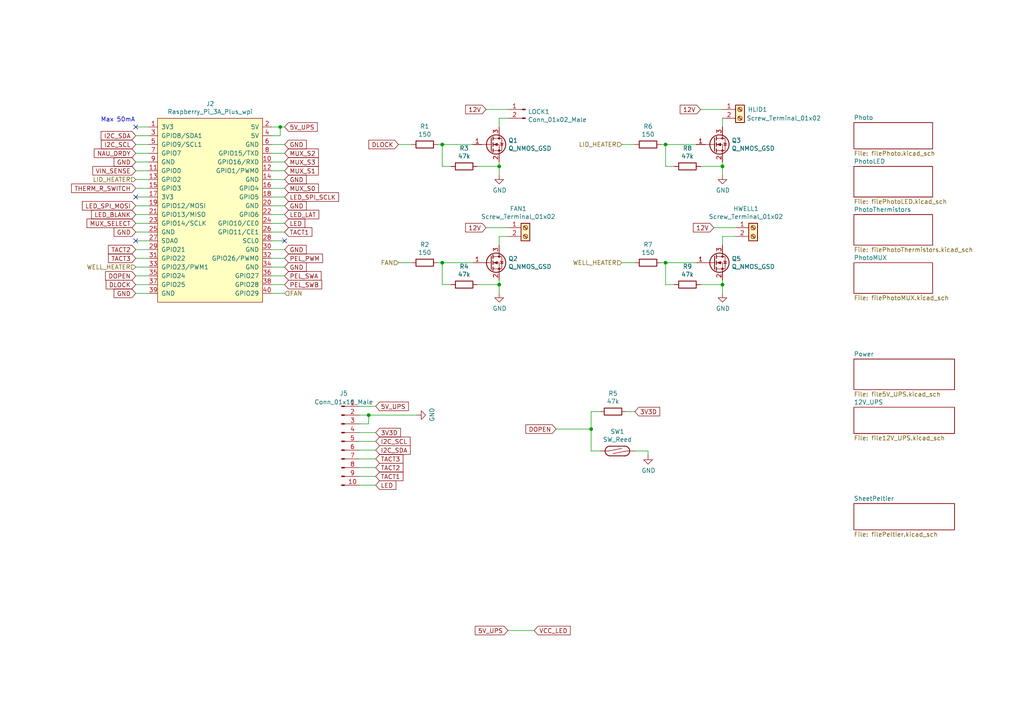
<source format=kicad_sch>
(kicad_sch (version 20211123) (generator eeschema)
  (paper "A4")
  (lib_symbols
    (symbol "Connector:Conn_01x02_Male" (pin_names (offset 1.016) hide)
      (property "Reference" "J" (at 0 2.54 0))
      (property "Value" "Conn_01x02_Male" (at 0 -5.08 0))
      (symbol "Conn_01x02_Male_1_1"
        (polyline (pts (xy 1.27 -2.54) (xy 0.8636 -2.54)) (stroke (width 0.1524)))
        (polyline (pts (xy 1.27 0) (xy 0.8636 0)) (stroke (width 0.1524)))
        (rectangle (start 0.8636 -2.413) (end 0 -2.667) (stroke (width 0.1524)) (fill (type outline)))
        (rectangle (start 0.8636 0.127) (end 0 -0.127) (stroke (width 0.1524)) (fill (type outline)))
        (pin passive line (at 5.08 0 180) (length 3.81) (name "Pin_1") (number "1"))
        (pin passive line (at 5.08 -2.54 180) (length 3.81) (name "Pin_2") (number "2"))
      )
    )
    (symbol "Connector:Conn_01x10_Male" (pin_names (offset 1.016) hide)
      (property "Reference" "J" (at 0 12.7 0))
      (property "Value" "Conn_01x10_Male" (at 0 -15.24 0))
      (symbol "Conn_01x10_Male_1_1"
        (polyline (pts (xy 1.27 -12.7) (xy 0.8636 -12.7)) (stroke (width 0.1524)))
        (polyline (pts (xy 1.27 -10.16) (xy 0.8636 -10.16)) (stroke (width 0.1524)))
        (polyline (pts (xy 1.27 -7.62) (xy 0.8636 -7.62)) (stroke (width 0.1524)))
        (polyline (pts (xy 1.27 -5.08) (xy 0.8636 -5.08)) (stroke (width 0.1524)))
        (polyline (pts (xy 1.27 -2.54) (xy 0.8636 -2.54)) (stroke (width 0.1524)))
        (polyline (pts (xy 1.27 0) (xy 0.8636 0)) (stroke (width 0.1524)))
        (polyline (pts (xy 1.27 2.54) (xy 0.8636 2.54)) (stroke (width 0.1524)))
        (polyline (pts (xy 1.27 5.08) (xy 0.8636 5.08)) (stroke (width 0.1524)))
        (polyline (pts (xy 1.27 7.62) (xy 0.8636 7.62)) (stroke (width 0.1524)))
        (polyline (pts (xy 1.27 10.16) (xy 0.8636 10.16)) (stroke (width 0.1524)))
        (rectangle (start 0.8636 -12.573) (end 0 -12.827) (stroke (width 0.1524)) (fill (type outline)))
        (rectangle (start 0.8636 -10.033) (end 0 -10.287) (stroke (width 0.1524)) (fill (type outline)))
        (rectangle (start 0.8636 -7.493) (end 0 -7.747) (stroke (width 0.1524)) (fill (type outline)))
        (rectangle (start 0.8636 -4.953) (end 0 -5.207) (stroke (width 0.1524)) (fill (type outline)))
        (rectangle (start 0.8636 -2.413) (end 0 -2.667) (stroke (width 0.1524)) (fill (type outline)))
        (rectangle (start 0.8636 0.127) (end 0 -0.127) (stroke (width 0.1524)) (fill (type outline)))
        (rectangle (start 0.8636 2.667) (end 0 2.413) (stroke (width 0.1524)) (fill (type outline)))
        (rectangle (start 0.8636 5.207) (end 0 4.953) (stroke (width 0.1524)) (fill (type outline)))
        (rectangle (start 0.8636 7.747) (end 0 7.493) (stroke (width 0.1524)) (fill (type outline)))
        (rectangle (start 0.8636 10.287) (end 0 10.033) (stroke (width 0.1524)) (fill (type outline)))
        (pin passive line (at 5.08 10.16 180) (length 3.81) (name "Pin_1") (number "1"))
        (pin passive line (at 5.08 -12.7 180) (length 3.81) (name "Pin_10") (number "10"))
        (pin passive line (at 5.08 7.62 180) (length 3.81) (name "Pin_2") (number "2"))
        (pin passive line (at 5.08 5.08 180) (length 3.81) (name "Pin_3") (number "3"))
        (pin passive line (at 5.08 2.54 180) (length 3.81) (name "Pin_4") (number "4"))
        (pin passive line (at 5.08 0 180) (length 3.81) (name "Pin_5") (number "5"))
        (pin passive line (at 5.08 -2.54 180) (length 3.81) (name "Pin_6") (number "6"))
        (pin passive line (at 5.08 -5.08 180) (length 3.81) (name "Pin_7") (number "7"))
        (pin passive line (at 5.08 -7.62 180) (length 3.81) (name "Pin_8") (number "8"))
        (pin passive line (at 5.08 -10.16 180) (length 3.81) (name "Pin_9") (number "9"))
      )
    )
    (symbol "Connector:Screw_Terminal_01x02" (pin_names (offset 1.016) hide)
      (property "Reference" "J" (at 0 2.54 0))
      (property "Value" "Screw_Terminal_01x02" (at 0 -5.08 0))
      (symbol "Screw_Terminal_01x02_1_1"
        (rectangle (start -1.27 1.27) (end 1.27 -3.81) (stroke (width 0.254)) (fill (type background)))
        (circle (center 0 -2.54) (radius 0.635) (stroke (width 0.1524)))
        (polyline (pts (xy -0.5334 -2.2098) (xy 0.3302 -3.048)) (stroke (width 0.1524)))
        (polyline (pts (xy -0.5334 0.3302) (xy 0.3302 -0.508)) (stroke (width 0.1524)))
        (polyline (pts (xy -0.3556 -2.032) (xy 0.508 -2.8702)) (stroke (width 0.1524)))
        (polyline (pts (xy -0.3556 0.508) (xy 0.508 -0.3302)) (stroke (width 0.1524)))
        (circle (center 0 0) (radius 0.635) (stroke (width 0.1524)))
        (pin passive line (at -5.08 0 0) (length 3.81) (name "Pin_1") (number "1"))
        (pin passive line (at -5.08 -2.54 0) (length 3.81) (name "Pin_2") (number "2"))
      )
    )
    (symbol "Device:Q_NMOS_GSD" (pin_names (offset 0) hide)
      (property "Reference" "Q" (at 5.08 1.27 0))
      (property "Value" "Q_NMOS_GSD" (at 5.08 -1.27 0))
      (symbol "Q_NMOS_GSD_0_1"
        (polyline (pts (xy 0.254 0) (xy -2.54 0)))
        (polyline (pts (xy 0.254 1.905) (xy 0.254 -1.905)) (stroke (width 0.254)))
        (polyline (pts (xy 0.762 -1.27) (xy 0.762 -2.286)) (stroke (width 0.254)))
        (polyline (pts (xy 0.762 0.508) (xy 0.762 -0.508)) (stroke (width 0.254)))
        (polyline (pts (xy 0.762 2.286) (xy 0.762 1.27)) (stroke (width 0.254)))
        (polyline (pts (xy 2.54 2.54) (xy 2.54 1.778)))
        (polyline (pts (xy 2.54 -2.54) (xy 2.54 0) (xy 0.762 0)))
        (polyline (pts (xy 0.762 -1.778) (xy 3.302 -1.778) (xy 3.302 1.778) (xy 0.762 1.778)))
        (polyline (pts (xy 1.016 0) (xy 2.032 0.381) (xy 2.032 -0.381) (xy 1.016 0)) (fill (type outline)))
        (polyline (pts (xy 2.794 0.508) (xy 2.921 0.381) (xy 3.683 0.381) (xy 3.81 0.254)))
        (polyline (pts (xy 3.302 0.381) (xy 2.921 -0.254) (xy 3.683 -0.254) (xy 3.302 0.381)))
        (circle (center 1.651 0) (radius 2.794) (stroke (width 0.254)))
        (circle (center 2.54 -1.778) (radius 0.254) (fill (type outline)))
        (circle (center 2.54 1.778) (radius 0.254) (fill (type outline)))
      )
      (symbol "Q_NMOS_GSD_1_1"
        (pin input line (at -5.08 0 0) (length 2.54) (name "G") (number "1"))
        (pin passive line (at 2.54 -5.08 90) (length 2.54) (name "S") (number "2"))
        (pin passive line (at 2.54 5.08 270) (length 2.54) (name "D") (number "3"))
      )
    )
    (symbol "Device:R" (pin_numbers hide) (pin_names (offset 0))
      (property "Reference" "R" (at 2.032 0 90))
      (property "Value" "R" (at 0 0 90))
      (symbol "R_0_1"
        (rectangle (start -1.016 -2.54) (end 1.016 2.54) (stroke (width 0.254)))
      )
      (symbol "R_1_1"
        (pin passive line (at 0 3.81 270) (length 1.27) (name "~") (number "1"))
        (pin passive line (at 0 -3.81 90) (length 1.27) (name "~") (number "2"))
      )
    )
    (symbol "Ninja-qPCR:Raspberry_Pi_3A_Plus_wpi" (pin_names (offset 1.016))
      (property "Reference" "J" (at -11.43 -27.94 0))
      (property "Value" "Ninja-qPCR_Raspberry_Pi_3A_Plus_wpi" (at 0 -30.48 0))
      (symbol "Raspberry_Pi_3A_Plus_wpi_0_1"
        (rectangle (start 15.24 26.67) (end -15.24 -26.67) (fill (type background)))
      )
      (symbol "Raspberry_Pi_3A_Plus_wpi_1_1"
        (pin power_out line (at -17.78 24.13 0) (length 2.54) (name "3V3") (number "1"))
        (pin bidirectional line (at 17.78 13.97 180) (length 2.54) (name "GPIO16/RXD") (number "10"))
        (pin bidirectional line (at -17.78 11.43 0) (length 2.54) (name "GPIO0") (number "11"))
        (pin bidirectional line (at 17.78 11.43 180) (length 2.54) (name "GPIO1/PWM0") (number "12"))
        (pin bidirectional line (at -17.78 8.89 0) (length 2.54) (name "GPIO2") (number "13"))
        (pin power_out line (at 17.78 8.89 180) (length 2.54) (name "GND") (number "14"))
        (pin bidirectional line (at -17.78 6.35 0) (length 2.54) (name "GPIO3") (number "15"))
        (pin bidirectional line (at 17.78 6.35 180) (length 2.54) (name "GPIO4") (number "16"))
        (pin power_out line (at -17.78 3.81 0) (length 2.54) (name "3V3") (number "17"))
        (pin bidirectional line (at 17.78 3.81 180) (length 2.54) (name "GPIO5") (number "18"))
        (pin bidirectional line (at -17.78 1.27 0) (length 2.54) (name "GPIO12/MOSI") (number "19"))
        (pin power_out line (at 17.78 24.13 180) (length 2.54) (name "5V") (number "2"))
        (pin power_out line (at 17.78 1.27 180) (length 2.54) (name "GND") (number "20"))
        (pin bidirectional line (at -17.78 -1.27 0) (length 2.54) (name "GPIO13/MISO") (number "21"))
        (pin bidirectional line (at 17.78 -1.27 180) (length 2.54) (name "GPIO6") (number "22"))
        (pin bidirectional line (at -17.78 -3.81 0) (length 2.54) (name "GPIO14/SCLK") (number "23"))
        (pin bidirectional line (at 17.78 -3.81 180) (length 2.54) (name "GPIO10/CE0") (number "24"))
        (pin power_out line (at -17.78 -6.35 0) (length 2.54) (name "GND") (number "25"))
        (pin bidirectional line (at 17.78 -6.35 180) (length 2.54) (name "GPIO11/CE1") (number "26"))
        (pin bidirectional line (at -17.78 -8.89 0) (length 2.54) (name "SDA0") (number "27"))
        (pin bidirectional line (at 17.78 -8.89 180) (length 2.54) (name "SCL0") (number "28"))
        (pin bidirectional line (at -17.78 -11.43 0) (length 2.54) (name "GPIO21") (number "29"))
        (pin bidirectional line (at -17.78 21.59 0) (length 2.54) (name "GPIO8/SDA1") (number "3"))
        (pin power_out line (at 17.78 -11.43 180) (length 2.54) (name "GND") (number "30"))
        (pin bidirectional line (at -17.78 -13.97 0) (length 2.54) (name "GPIO22") (number "31"))
        (pin bidirectional line (at 17.78 -13.97 180) (length 2.54) (name "GPIO26/PWM0") (number "32"))
        (pin bidirectional line (at -17.78 -16.51 0) (length 2.54) (name "GPIO23/PWM1") (number "33"))
        (pin power_out line (at 17.78 -16.51 180) (length 2.54) (name "GND") (number "34"))
        (pin bidirectional line (at -17.78 -19.05 0) (length 2.54) (name "GPIO24") (number "35"))
        (pin bidirectional line (at 17.78 -19.05 180) (length 2.54) (name "GPIO27") (number "36"))
        (pin bidirectional line (at -17.78 -21.59 0) (length 2.54) (name "GPIO25") (number "37"))
        (pin bidirectional line (at 17.78 -21.59 180) (length 2.54) (name "GPIO28") (number "38"))
        (pin power_out line (at -17.78 -24.13 0) (length 2.54) (name "GND") (number "39"))
        (pin power_out line (at 17.78 21.59 180) (length 2.54) (name "5V") (number "4"))
        (pin bidirectional line (at 17.78 -24.13 180) (length 2.54) (name "GPIO29") (number "40"))
        (pin bidirectional line (at -17.78 19.05 0) (length 2.54) (name "GPIO9/SCL1") (number "5"))
        (pin power_out line (at 17.78 19.05 180) (length 2.54) (name "GND") (number "6"))
        (pin bidirectional line (at -17.78 16.51 0) (length 2.54) (name "GPIO7") (number "7"))
        (pin bidirectional line (at 17.78 16.51 180) (length 2.54) (name "GPIO15/TXD") (number "8"))
        (pin power_out line (at -17.78 13.97 0) (length 2.54) (name "GND") (number "9"))
      )
    )
    (symbol "Switch:SW_Reed" (pin_numbers hide) (pin_names (offset 0) hide)
      (property "Reference" "SW" (at 0 2.54 0))
      (property "Value" "SW_Reed" (at 0 -2.54 0))
      (symbol "SW_Reed_0_0"
        (arc (start -2.159 1.397) (mid -3.556 0) (end -2.159 -1.397) (stroke (width 0.254)))
        (polyline (pts (xy -2.54 0) (xy 1.27 0.762)))
        (polyline (pts (xy -2.159 -1.397) (xy 2.286 -1.397)) (stroke (width 0.254)))
        (polyline (pts (xy 2.159 1.397) (xy -2.159 1.397)) (stroke (width 0.254)))
        (polyline (pts (xy 2.54 0) (xy -1.27 -0.762)))
        (arc (start 2.159 -1.397) (mid 3.556 0) (end 2.159 1.397) (stroke (width 0.254)))
      )
      (symbol "SW_Reed_1_1"
        (pin passive line (at -5.08 0 0) (length 2.54) (name "1") (number "1"))
        (pin passive line (at 5.08 0 180) (length 2.54) (name "2") (number "2"))
      )
    )
    (symbol "power:GND" (power) (pin_names (offset 0))
      (property "Value" "GND" (at 0 -3.81 0))
      (symbol "GND_0_1"
        (polyline (pts (xy 0 0) (xy 0 -1.27) (xy 1.27 -1.27) (xy 0 -2.54) (xy -1.27 -1.27) (xy 0 -1.27)))
      )
      (symbol "GND_1_1"
        (pin power_in line (at 0 0 270) (length 0) hide (name "GND") (number "1"))
      )
    )
  )
  (junction (at 193.04 41.91))
  (junction (at 144.78 48.26))
  (junction (at 144.78 82.55))
  (junction (at 209.55 82.55))
  (junction (at 106.934 120.396))
  (junction (at 128.27 41.91))
  (junction (at 209.55 48.26))
  (junction (at 81.28 36.83))
  (junction (at 171.45 124.46))
  (junction (at 128.27 76.2))
  (junction (at 193.04 76.2))
  (no_connect (at 39.37 36.83))
  (no_connect (at 82.55 69.85))
  (no_connect (at 39.37 57.15))
  (no_connect (at 39.37 69.85))
  (wire (pts (xy 104.14 138.176) (xy 108.966 138.176)))
  (wire (pts (xy 187.96 130.81) (xy 187.96 132.08)))
  (wire (pts (xy 104.14 130.556) (xy 108.966 130.556)))
  (wire (pts (xy 39.37 67.31) (xy 43.18 67.31)))
  (wire (pts (xy 203.2 48.26) (xy 209.55 48.26)))
  (wire (pts (xy 193.04 76.2) (xy 191.77 76.2)))
  (wire (pts (xy 184.15 130.81) (xy 187.96 130.81)))
  (wire (pts (xy 43.18 62.23) (xy 39.37 62.23)))
  (wire (pts (xy 171.45 130.81) (xy 173.99 130.81)))
  (wire (pts (xy 193.04 48.26) (xy 193.04 41.91)))
  (wire (pts (xy 82.55 72.39) (xy 78.74 72.39)))
  (wire (pts (xy 140.97 31.75) (xy 147.32 31.75)))
  (wire (pts (xy 213.36 68.58) (xy 209.55 68.58)))
  (wire (pts (xy 78.74 39.37) (xy 81.28 39.37)))
  (wire (pts (xy 207.01 66.04) (xy 213.36 66.04)))
  (wire (pts (xy 82.55 69.85) (xy 78.74 69.85)))
  (wire (pts (xy 128.27 76.2) (xy 127 76.2)))
  (wire (pts (xy 193.04 82.55) (xy 193.04 76.2)))
  (wire (pts (xy 201.93 41.91) (xy 193.04 41.91)))
  (wire (pts (xy 144.78 85.09) (xy 144.78 82.55)))
  (wire (pts (xy 144.78 50.8) (xy 144.78 48.26)))
  (wire (pts (xy 173.99 119.38) (xy 171.45 119.38)))
  (wire (pts (xy 78.74 46.99) (xy 82.55 46.99)))
  (wire (pts (xy 137.16 76.2) (xy 128.27 76.2)))
  (wire (pts (xy 39.37 82.55) (xy 43.18 82.55)))
  (wire (pts (xy 82.55 44.45) (xy 78.74 44.45)))
  (wire (pts (xy 82.55 64.77) (xy 78.74 64.77)))
  (wire (pts (xy 82.55 57.15) (xy 78.74 57.15)))
  (wire (pts (xy 203.2 82.55) (xy 209.55 82.55)))
  (wire (pts (xy 39.37 44.45) (xy 43.18 44.45)))
  (wire (pts (xy 104.14 133.096) (xy 108.966 133.096)))
  (wire (pts (xy 43.18 64.77) (xy 39.37 64.77)))
  (wire (pts (xy 39.37 36.83) (xy 43.18 36.83)))
  (wire (pts (xy 195.58 82.55) (xy 193.04 82.55)))
  (wire (pts (xy 209.55 85.09) (xy 209.55 82.55)))
  (wire (pts (xy 106.934 122.936) (xy 106.934 120.396)))
  (wire (pts (xy 180.34 76.2) (xy 184.15 76.2)))
  (wire (pts (xy 43.18 41.91) (xy 39.37 41.91)))
  (wire (pts (xy 171.45 119.38) (xy 171.45 124.46)))
  (wire (pts (xy 39.37 39.37) (xy 43.18 39.37)))
  (wire (pts (xy 43.18 74.93) (xy 39.37 74.93)))
  (wire (pts (xy 78.74 67.31) (xy 82.55 67.31)))
  (wire (pts (xy 144.78 68.58) (xy 144.78 71.12)))
  (wire (pts (xy 43.18 72.39) (xy 39.37 72.39)))
  (wire (pts (xy 184.15 119.38) (xy 181.61 119.38)))
  (wire (pts (xy 39.37 46.99) (xy 43.18 46.99)))
  (wire (pts (xy 82.55 54.61) (xy 78.74 54.61)))
  (wire (pts (xy 104.14 117.856) (xy 108.966 117.856)))
  (wire (pts (xy 82.55 62.23) (xy 78.74 62.23)))
  (wire (pts (xy 171.45 124.46) (xy 171.45 130.81)))
  (wire (pts (xy 39.37 80.01) (xy 43.18 80.01)))
  (wire (pts (xy 140.97 66.04) (xy 147.32 66.04)))
  (wire (pts (xy 43.18 54.61) (xy 39.37 54.61)))
  (wire (pts (xy 81.28 39.37) (xy 81.28 36.83)))
  (wire (pts (xy 138.43 82.55) (xy 144.78 82.55)))
  (wire (pts (xy 201.93 76.2) (xy 193.04 76.2)))
  (wire (pts (xy 209.55 82.55) (xy 209.55 81.28)))
  (wire (pts (xy 130.81 48.26) (xy 128.27 48.26)))
  (wire (pts (xy 104.14 120.396) (xy 106.934 120.396)))
  (wire (pts (xy 144.78 48.26) (xy 144.78 46.99)))
  (wire (pts (xy 104.14 122.936) (xy 106.934 122.936)))
  (wire (pts (xy 209.55 68.58) (xy 209.55 71.12)))
  (wire (pts (xy 78.74 36.83) (xy 81.28 36.83)))
  (wire (pts (xy 138.43 48.26) (xy 144.78 48.26)))
  (wire (pts (xy 82.55 77.47) (xy 78.74 77.47)))
  (wire (pts (xy 147.32 34.29) (xy 144.78 34.29)))
  (wire (pts (xy 147.32 182.88) (xy 154.94 182.88)))
  (wire (pts (xy 78.74 41.91) (xy 82.55 41.91)))
  (wire (pts (xy 82.55 80.01) (xy 78.74 80.01)))
  (wire (pts (xy 39.37 69.85) (xy 43.18 69.85)))
  (wire (pts (xy 128.27 48.26) (xy 128.27 41.91)))
  (wire (pts (xy 104.14 135.636) (xy 108.966 135.636)))
  (wire (pts (xy 130.81 82.55) (xy 128.27 82.55)))
  (wire (pts (xy 82.55 49.53) (xy 78.74 49.53)))
  (wire (pts (xy 106.934 120.396) (xy 120.904 120.396)))
  (wire (pts (xy 82.55 74.93) (xy 78.74 74.93)))
  (wire (pts (xy 82.55 82.55) (xy 78.74 82.55)))
  (wire (pts (xy 147.32 68.58) (xy 144.78 68.58)))
  (wire (pts (xy 104.14 128.016) (xy 108.966 128.016)))
  (wire (pts (xy 128.27 82.55) (xy 128.27 76.2)))
  (wire (pts (xy 104.14 125.476) (xy 108.966 125.476)))
  (wire (pts (xy 81.28 36.83) (xy 82.55 36.83)))
  (wire (pts (xy 104.14 140.716) (xy 108.966 140.716)))
  (wire (pts (xy 137.16 41.91) (xy 128.27 41.91)))
  (wire (pts (xy 39.37 57.15) (xy 43.18 57.15)))
  (wire (pts (xy 161.29 124.46) (xy 171.45 124.46)))
  (wire (pts (xy 115.57 76.2) (xy 119.38 76.2)))
  (wire (pts (xy 43.18 59.69) (xy 39.37 59.69)))
  (wire (pts (xy 39.37 52.07) (xy 43.18 52.07)))
  (wire (pts (xy 82.55 59.69) (xy 78.74 59.69)))
  (wire (pts (xy 180.34 41.91) (xy 184.15 41.91)))
  (wire (pts (xy 144.78 82.55) (xy 144.78 81.28)))
  (wire (pts (xy 209.55 48.26) (xy 209.55 46.99)))
  (wire (pts (xy 39.37 77.47) (xy 43.18 77.47)))
  (wire (pts (xy 82.55 52.07) (xy 78.74 52.07)))
  (wire (pts (xy 39.37 49.53) (xy 43.18 49.53)))
  (wire (pts (xy 193.04 41.91) (xy 191.77 41.91)))
  (wire (pts (xy 209.55 34.29) (xy 209.55 36.83)))
  (wire (pts (xy 209.55 50.8) (xy 209.55 48.26)))
  (wire (pts (xy 119.38 41.91) (xy 115.57 41.91)))
  (wire (pts (xy 144.78 34.29) (xy 144.78 36.83)))
  (wire (pts (xy 39.37 85.09) (xy 43.18 85.09)))
  (wire (pts (xy 82.55 85.09) (xy 78.74 85.09)))
  (wire (pts (xy 128.27 41.91) (xy 127 41.91)))
  (wire (pts (xy 195.58 48.26) (xy 193.04 48.26)))
  (wire (pts (xy 203.2 31.75) (xy 209.55 31.75)))
  (text "Max 50mA" (at 29.21 35.56 0) (effects (font (size 1.27 1.27)) (justify left bottom)))
  (global_label "MUX_S3" (shape input) (at 82.55 46.99 0) (property "Intersheet References" "${INTERSHEET_REFS}" (effects hide)))
  (global_label "GND" (shape input) (at 82.55 41.91 0) (property "Intersheet References" "${INTERSHEET_REFS}" (effects hide)))
  (global_label "LED" (shape input) (at 82.55 64.77 0) (property "Intersheet References" "${INTERSHEET_REFS}" (effects hide)))
  (global_label "I2C_SDA" (shape input) (at 39.37 39.37 180) (property "Intersheet References" "${INTERSHEET_REFS}" (effects hide)))
  (global_label "LED" (shape input) (at 108.966 140.716 0) (property "Intersheet References" "${INTERSHEET_REFS}" (effects hide)))
  (global_label "DOPEN" (shape input) (at 39.37 80.01 180) (property "Intersheet References" "${INTERSHEET_REFS}" (effects hide)))
  (global_label "GND" (shape input) (at 39.37 67.31 180) (property "Intersheet References" "${INTERSHEET_REFS}" (effects hide)))
  (global_label "3V3D" (shape input) (at 184.15 119.38 0) (property "Intersheet References" "${INTERSHEET_REFS}" (effects hide)))
  (global_label "DOPEN" (shape input) (at 161.29 124.46 180) (property "Intersheet References" "${INTERSHEET_REFS}" (effects hide)))
  (global_label "PEL_PWM" (shape input) (at 82.55 74.93 0) (property "Intersheet References" "${INTERSHEET_REFS}" (effects hide)))
  (global_label "DLOCK" (shape input) (at 115.57 41.91 180) (property "Intersheet References" "${INTERSHEET_REFS}" (effects hide)))
  (global_label "5V_UPS" (shape input) (at 108.966 117.856 0) (property "Intersheet References" "${INTERSHEET_REFS}" (effects hide)))
  (global_label "THERM_R_SWITCH" (shape input) (at 39.37 54.61 180) (property "Intersheet References" "${INTERSHEET_REFS}" (effects hide)))
  (global_label "TACT2" (shape input) (at 39.37 72.39 180) (property "Intersheet References" "${INTERSHEET_REFS}" (effects hide)))
  (global_label "PEL_SWA" (shape input) (at 82.55 80.01 0) (property "Intersheet References" "${INTERSHEET_REFS}" (effects hide)))
  (global_label "DLOCK" (shape input) (at 39.37 82.55 180) (property "Intersheet References" "${INTERSHEET_REFS}" (effects hide)))
  (global_label "MUX_S1" (shape input) (at 82.55 49.53 0) (property "Intersheet References" "${INTERSHEET_REFS}" (effects hide)))
  (global_label "TACT3" (shape input) (at 108.966 133.096 0) (property "Intersheet References" "${INTERSHEET_REFS}" (effects hide)))
  (global_label "12V" (shape input) (at 207.01 66.04 180) (property "Intersheet References" "${INTERSHEET_REFS}" (effects hide)))
  (global_label "5V_UPS" (shape input) (at 147.32 182.88 180) (property "Intersheet References" "${INTERSHEET_REFS}" (effects hide)))
  (global_label "NAU_DRDY" (shape input) (at 39.37 44.45 180) (property "Intersheet References" "${INTERSHEET_REFS}" (effects hide)))
  (global_label "12V" (shape input) (at 140.97 66.04 180) (property "Intersheet References" "${INTERSHEET_REFS}" (effects hide)))
  (global_label "LED_BLANK" (shape input) (at 39.37 62.23 180) (property "Intersheet References" "${INTERSHEET_REFS}" (effects hide)))
  (global_label "I2C_SCL" (shape input) (at 39.37 41.91 180) (property "Intersheet References" "${INTERSHEET_REFS}" (effects hide)))
  (global_label "GND" (shape input) (at 82.55 59.69 0) (property "Intersheet References" "${INTERSHEET_REFS}" (effects hide)))
  (global_label "3V3D" (shape input) (at 108.966 125.476 0) (property "Intersheet References" "${INTERSHEET_REFS}" (effects hide)))
  (global_label "GND" (shape input) (at 82.55 77.47 0) (property "Intersheet References" "${INTERSHEET_REFS}" (effects hide)))
  (global_label "12V" (shape input) (at 203.2 31.75 180) (property "Intersheet References" "${INTERSHEET_REFS}" (effects hide)))
  (global_label "MUX_S0" (shape input) (at 82.55 54.61 0) (property "Intersheet References" "${INTERSHEET_REFS}" (effects hide)))
  (global_label "TACT1" (shape input) (at 82.55 67.31 0) (property "Intersheet References" "${INTERSHEET_REFS}" (effects hide)))
  (global_label "TACT2" (shape input) (at 108.966 135.636 0) (property "Intersheet References" "${INTERSHEET_REFS}" (effects hide)))
  (global_label "LED_SPI_MOSI" (shape input) (at 39.37 59.69 180) (property "Intersheet References" "${INTERSHEET_REFS}" (effects hide)))
  (global_label "MUX_SELECT" (shape input) (at 39.37 64.77 180) (property "Intersheet References" "${INTERSHEET_REFS}" (effects hide)))
  (global_label "GND" (shape input) (at 82.55 72.39 0) (property "Intersheet References" "${INTERSHEET_REFS}" (effects hide)))
  (global_label "VIN_SENSE" (shape input) (at 39.37 49.53 180) (property "Intersheet References" "${INTERSHEET_REFS}" (effects hide)))
  (global_label "TACT3" (shape input) (at 39.37 74.93 180) (property "Intersheet References" "${INTERSHEET_REFS}" (effects hide)))
  (global_label "PEL_SWB" (shape input) (at 82.55 82.55 0) (property "Intersheet References" "${INTERSHEET_REFS}" (effects hide)))
  (global_label "LED_LAT" (shape input) (at 82.55 62.23 0) (property "Intersheet References" "${INTERSHEET_REFS}" (effects hide)))
  (global_label "GND" (shape input) (at 39.37 85.09 180) (property "Intersheet References" "${INTERSHEET_REFS}" (effects hide)))
  (global_label "MUX_S2" (shape input) (at 82.55 44.45 0) (property "Intersheet References" "${INTERSHEET_REFS}" (effects hide)))
  (global_label "5V_UPS" (shape input) (at 82.55 36.83 0) (property "Intersheet References" "${INTERSHEET_REFS}" (effects hide)))
  (global_label "VCC_LED" (shape input) (at 154.94 182.88 0) (property "Intersheet References" "${INTERSHEET_REFS}" (effects hide)))
  (global_label "LED_SPI_SCLK" (shape input) (at 82.55 57.15 0) (property "Intersheet References" "${INTERSHEET_REFS}" (effects hide)))
  (global_label "12V" (shape input) (at 140.97 31.75 180) (property "Intersheet References" "${INTERSHEET_REFS}" (effects hide)))
  (global_label "GND" (shape input) (at 39.37 46.99 180) (property "Intersheet References" "${INTERSHEET_REFS}" (effects hide)))
  (global_label "I2C_SCL" (shape input) (at 108.966 128.016 0) (property "Intersheet References" "${INTERSHEET_REFS}" (effects hide)))
  (global_label "TACT1" (shape input) (at 108.966 138.176 0) (property "Intersheet References" "${INTERSHEET_REFS}" (effects hide)))
  (global_label "I2C_SDA" (shape input) (at 108.966 130.556 0) (property "Intersheet References" "${INTERSHEET_REFS}" (effects hide)))
  (global_label "GND" (shape input) (at 82.55 52.07 0) (property "Intersheet References" "${INTERSHEET_REFS}" (effects hide)))
  (hierarchical_label "WELL_HEATER" (shape input) (at 39.37 77.47 180))
  (hierarchical_label "FAN" (shape input) (at 115.57 76.2 180))
  (hierarchical_label "LID_HEATER" (shape input) (at 180.34 41.91 180))
  (hierarchical_label "LID_HEATER" (shape input) (at 39.37 52.07 180))
  (hierarchical_label "FAN" (shape input) (at 82.55 85.09 0))
  (hierarchical_label "WELL_HEATER" (shape input) (at 180.34 76.2 180))
  (symbol (lib_id "Ninja-qPCR:Raspberry_Pi_3A_Plus_wpi") (at 60.96 60.96 0) (unit 1)
    (property "Reference" "J2" (at 60.96 30.099 0))
    (property "Value" "Raspberry_Pi_3A_Plus_wpi" (at 60.96 32.4104 0))
    (property "Footprint" "Ninja-qPCR:Raspberry_Pi_3A+_3B+_4B_Zero_FaceDown_HDMI-R-NOSILK" (effects hide))
  )
  (symbol (lib_id "Device:R") (at 199.39 48.26 270) (unit 1)
    (property "Reference" "R8" (at 199.39 43.0022 90))
    (property "Value" "47k" (at 199.39 45.3136 90))
    (property "Footprint" "Resistor_SMD:R_0603_1608Metric" (effects hide))
  )
  (symbol (lib_id "Device:R") (at 187.96 41.91 270) (unit 1)
    (property "Reference" "R6" (at 187.96 36.6522 90))
    (property "Value" "150" (at 187.96 38.9636 90))
    (property "Footprint" "Resistor_SMD:R_0603_1608Metric" (effects hide))
  )
  (symbol (lib_id "power:GND") (at 209.55 50.8 0) (unit 1)
    (property "Reference" "#PWR05" (effects hide))
    (property "Value" "GND" (at 209.677 55.1942 0))
  )
  (symbol (lib_id "Device:Q_NMOS_GSD") (at 207.01 41.91 0) (unit 1)
    (property "Reference" "Q3" (at 212.1916 40.7416 0) (effects (justify left)))
    (property "Value" "Q_NMOS_GSD" (at 212.1916 43.053 0) (effects (justify left)))
    (property "Footprint" "Ninja-qPCR:SOT95P240X112-3N" (effects hide))
  )
  (symbol (lib_id "Device:R") (at 199.39 82.55 270) (unit 1)
    (property "Reference" "R9" (at 199.39 77.2922 90))
    (property "Value" "47k" (at 199.39 79.6036 90))
    (property "Footprint" "Resistor_SMD:R_0603_1608Metric" (effects hide))
  )
  (symbol (lib_id "Device:R") (at 187.96 76.2 270) (unit 1)
    (property "Reference" "R7" (at 187.96 70.9422 90))
    (property "Value" "150" (at 187.96 73.2536 90))
    (property "Footprint" "Resistor_SMD:R_0603_1608Metric" (effects hide))
  )
  (symbol (lib_id "power:GND") (at 209.55 85.09 0) (unit 1)
    (property "Reference" "#PWR07" (effects hide))
    (property "Value" "GND" (at 209.677 89.4842 0))
  )
  (symbol (lib_id "Device:Q_NMOS_GSD") (at 207.01 76.2 0) (unit 1)
    (property "Reference" "Q5" (at 212.1916 75.0316 0) (effects (justify left)))
    (property "Value" "Q_NMOS_GSD" (at 212.1916 77.343 0) (effects (justify left)))
    (property "Footprint" "Ninja-qPCR:SOT95P240X112-3N" (effects hide))
  )
  (symbol (lib_id "Device:R") (at 134.62 82.55 270) (unit 1)
    (property "Reference" "R4" (at 134.62 77.2922 90))
    (property "Value" "47k" (at 134.62 79.6036 90))
    (property "Footprint" "Resistor_SMD:R_0603_1608Metric" (effects hide))
  )
  (symbol (lib_id "Device:R") (at 123.19 76.2 270) (unit 1)
    (property "Reference" "R2" (at 123.19 70.9422 90))
    (property "Value" "150" (at 123.19 73.2536 90))
    (property "Footprint" "Resistor_SMD:R_0603_1608Metric" (effects hide))
  )
  (symbol (lib_id "power:GND") (at 144.78 85.09 0) (unit 1)
    (property "Reference" "#PWR03" (effects hide))
    (property "Value" "GND" (at 144.907 89.4842 0))
  )
  (symbol (lib_id "Device:Q_NMOS_GSD") (at 142.24 76.2 0) (unit 1)
    (property "Reference" "Q2" (at 147.4216 75.0316 0) (effects (justify left)))
    (property "Value" "Q_NMOS_GSD" (at 147.4216 77.343 0) (effects (justify left)))
    (property "Footprint" "Ninja-qPCR:SOT95P240X112-3N" (effects hide))
  )
  (symbol (lib_id "Connector:Screw_Terminal_01x02") (at 218.44 66.04 0) (unit 1)
    (property "Reference" "HWELL1" (at 216.3572 60.5282 0))
    (property "Value" "Screw_Terminal_01x02" (at 216.3572 62.8396 0))
    (property "Footprint" "Ninja-qPCR:TB_SeeedOPL_320110028" (effects hide))
  )
  (symbol (lib_id "Connector:Screw_Terminal_01x02") (at 152.4 66.04 0) (unit 1)
    (property "Reference" "FAN1" (at 150.3172 60.5282 0))
    (property "Value" "Screw_Terminal_01x02" (at 150.3172 62.8396 0))
    (property "Footprint" "Ninja-qPCR:TB_SeeedOPL_320110028" (effects hide))
  )
  (symbol (lib_id "Connector:Screw_Terminal_01x02") (at 214.63 31.75 0) (unit 1)
    (property "Reference" "HLID1" (at 219.71 31.75 0))
    (property "Value" "Screw_Terminal_01x02" (at 227.33 34.29 0))
    (property "Footprint" "Ninja-qPCR:TB_SeeedOPL_320110028" (effects hide))
  )
  (symbol (lib_id "Device:R") (at 134.62 48.26 270) (unit 1)
    (property "Reference" "R3" (at 134.62 43.0022 90))
    (property "Value" "47k" (at 134.62 45.3136 90))
    (property "Footprint" "Resistor_SMD:R_0603_1608Metric" (effects hide))
  )
  (symbol (lib_id "Device:R") (at 123.19 41.91 270) (unit 1)
    (property "Reference" "R1" (at 123.19 36.6522 90))
    (property "Value" "150" (at 123.19 38.9636 90))
    (property "Footprint" "Resistor_SMD:R_0603_1608Metric" (effects hide))
  )
  (symbol (lib_id "power:GND") (at 144.78 50.8 0) (unit 1)
    (property "Reference" "#PWR02" (effects hide))
    (property "Value" "GND" (at 144.907 55.1942 0))
  )
  (symbol (lib_id "Device:Q_NMOS_GSD") (at 142.24 41.91 0) (unit 1)
    (property "Reference" "Q1" (at 147.4216 40.7416 0) (effects (justify left)))
    (property "Value" "Q_NMOS_GSD" (at 147.4216 43.053 0) (effects (justify left)))
    (property "Footprint" "Ninja-qPCR:SOT95P240X112-3N" (effects hide))
  )
  (symbol (lib_id "Device:R") (at 177.8 119.38 270) (unit 1)
    (property "Reference" "R5" (at 177.8 114.1222 90))
    (property "Value" "47k" (at 177.8 116.4336 90))
    (property "Footprint" "Resistor_SMD:R_0603_1608Metric" (effects hide))
  )
  (symbol (lib_id "Switch:SW_Reed") (at 179.07 130.81 0) (unit 1)
    (property "Reference" "SW1" (at 179.07 125.1712 0))
    (property "Value" "SW_Reed" (at 179.07 127.4826 0))
    (property "Footprint" "Connector_PinHeader_2.54mm:PinHeader_1x02_P2.54mm_Vertical" (effects hide))
  )
  (symbol (lib_id "power:GND") (at 187.96 132.08 0) (unit 1)
    (property "Reference" "#PWR04" (effects hide))
    (property "Value" "GND" (at 188.087 136.4742 0))
  )
  (symbol (lib_id "Connector:Conn_01x02_Male") (at 152.4 31.75 0) (mirror y) (unit 1)
    (property "Reference" "LOCK1" (at 153.1112 32.4104 0) (effects (justify right)))
    (property "Value" "Conn_01x02_Male" (at 153.1112 34.7218 0) (effects (justify right)))
    (property "Footprint" "Ninja-qPCR:TB_SeeedOPL_320110028" (effects hide))
  )
  (symbol (lib_id "power:GND") (at 120.904 120.396 90) (unit 1)
    (property "Reference" "#PWR0111" (effects hide))
    (property "Value" "GND" (at 125.2982 120.269 0))
  )
  (symbol (lib_id "Connector:Conn_01x10_Male") (at 99.06 128.016 0) (unit 1)
    (property "Reference" "J5" (at 99.695 114.08 0))
    (property "Value" "Conn_01x10_Male" (at 99.695 116.6169 0))
    (property "Footprint" "Connector_PinHeader_2.54mm:PinHeader_1x10_P2.54mm_Vertical" (effects hide))
  )
  (sheet (at 247.65 104.14) (size 29.21 8.89)
    (property "Sheet name" "Power" (at 247.65 103.4284 0) (effects (justify left bottom)))
    (property "Sheet file" "file5V_UPS.kicad_sch" (at 247.65 113.6146 0) (effects (justify left top)))
  )
  (sheet (at 247.65 35.56) (size 22.86 7.62)
    (property "Sheet name" "Photo" (at 247.65 34.8484 0) (effects (justify left bottom)))
    (property "Sheet file" "filePhoto.kicad_sch" (at 247.65 43.7646 0) (effects (justify left top)))
  )
  (sheet (at 247.65 48.26) (size 22.86 8.89)
    (property "Sheet name" "PhotoLED" (at 247.65 47.5484 0) (effects (justify left bottom)))
    (property "Sheet file" "filePhotoLED.kicad_sch" (at 247.65 57.7346 0) (effects (justify left top)))
  )
  (sheet (at 247.65 62.23) (size 22.86 8.89)
    (property "Sheet name" "PhotoThermistors" (at 247.65 61.5184 0) (effects (justify left bottom)))
    (property "Sheet file" "filePhotoThermistors.kicad_sch" (at 247.65 71.7046 0) (effects (justify left top)))
  )
  (sheet (at 247.65 118.11) (size 29.21 7.62)
    (property "Sheet name" "12V_UPS" (at 247.65 117.3984 0) (effects (justify left bottom)))
    (property "Sheet file" "file12V_UPS.kicad_sch" (at 247.65 126.3146 0) (effects (justify left top)))
  )
  (sheet (at 247.65 76.2) (size 22.86 8.89)
    (property "Sheet name" "PhotoMUX" (at 247.65 75.4884 0) (effects (justify left bottom)))
    (property "Sheet file" "filePhotoMUX.kicad_sch" (at 247.65 85.6746 0) (effects (justify left top)))
  )
  (sheet (at 247.65 146.05) (size 29.21 7.62)
    (property "Sheet name" "SheetPeltier" (at 247.65 145.3384 0) (effects (justify left bottom)))
    (property "Sheet file" "filePeltier.kicad_sch" (at 247.65 154.2546 0) (effects (justify left top)))
  )
)
</source>
